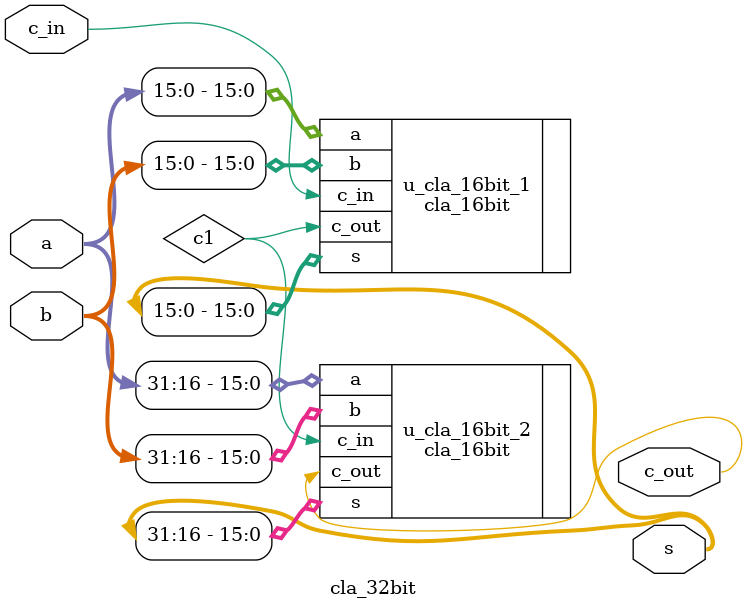
<source format=v>
module cla_32bit(
    input [31:0] a,
    input [31:0] b,
    input c_in,
    output [31:0] s,
    output c_out
);

wire c1;

cla_16bit u_cla_16bit_1(
    .a(a[15:0]),
    .b(b[15:0]),
    .c_in(c_in),
    .s(s[15:0]),
    .c_out(c1)
);

cla_16bit u_cla_16bit_2(
    .a(a[31:16]),
    .b(b[31:16]),
    .c_in(c1),
    .s(s[31:16]),
    .c_out(c_out)
);

endmodule
</source>
